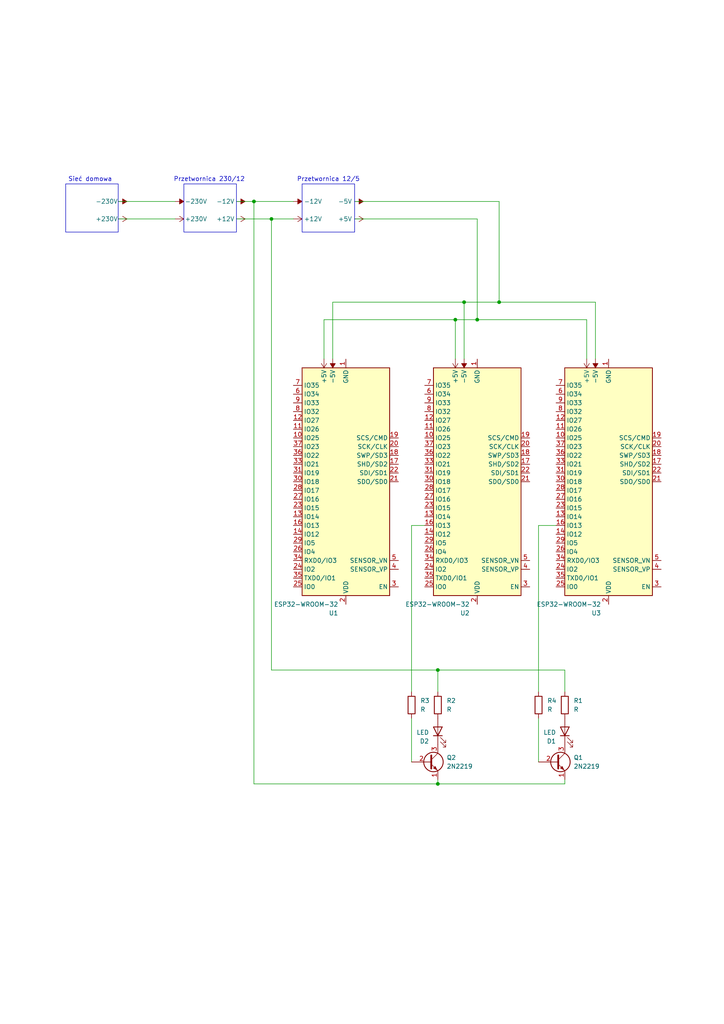
<source format=kicad_sch>
(kicad_sch (version 20231120) (generator "eeschema") (generator_version "8.0")
  (paper "A4" portrait)
  (title_block (title "Schemat Połączeń w miniaturowym domku") (date "2024-04-26") (company "Brajan Gąbka"))
  (lib_symbols
    (symbol "+5V_1" (power) (pin_numbers hide) (pin_names (offset 0) hide)
      (property "Value" "+5V" (at 0 3.556 0))
      (symbol "+5V_1_0_1"
        (polyline (pts (xy -0.762 1.27) (xy 0 2.54)))
        (polyline (pts (xy 0 0) (xy 0 2.54)))
        (polyline (pts (xy 0 2.54) (xy 0.762 1.27)))
      )
      (symbol "+5V_1_1_1"
        (pin power_in line (at 0 0 90) (length 0) (name "~") (number "1"))
      )
    )
    (symbol "Device:LED" (pin_numbers hide) (pin_names (offset 1.016) hide)
      (property "Reference" "D" (at 0 2.54 0))
      (property "Value" "LED" (at 0 -2.54 0))
      (symbol "LED_0_1"
        (polyline (pts (xy -1.27 -1.27) (xy -1.27 1.27)) (stroke (width 0.254)))
        (polyline (pts (xy -1.27 0) (xy 1.27 0)))
        (polyline (pts (xy 1.27 -1.27) (xy 1.27 1.27) (xy -1.27 0) (xy 1.27 -1.27)) (stroke (width 0.254)))
        (polyline (pts (xy -3.048 -0.762) (xy -4.572 -2.286) (xy -3.81 -2.286) (xy -4.572 -2.286) (xy -4.572 -1.524)))
        (polyline (pts (xy -1.778 -0.762) (xy -3.302 -2.286) (xy -2.54 -2.286) (xy -3.302 -2.286) (xy -3.302 -1.524)))
      )
      (symbol "LED_1_1"
        (pin passive line (at -3.81 0 0) (length 2.54) (name "K") (number "1"))
        (pin passive line (at 3.81 0 180) (length 2.54) (name "A") (number "2"))
      )
    )
    (symbol "Device:R" (pin_numbers hide) (pin_names (offset 0))
      (property "Reference" "R" (at 2.032 0 90))
      (property "Value" "R" (at 0 0 90))
      (symbol "R_0_1"
        (rectangle (start -1.016 -2.54) (end 1.016 2.54) (stroke (width 0.254)))
      )
      (symbol "R_1_1"
        (pin passive line (at 0 3.81 270) (length 1.27) (name "~") (number "1"))
        (pin passive line (at 0 -3.81 90) (length 1.27) (name "~") (number "2"))
      )
    )
    (symbol "RF_Module:ESP32-WROOM-32"
      (property "Reference" "U" (at -12.7 34.29 0))
      (property "Value" "ESP32-WROOM-32" (at 1.27 34.29 0))
      (symbol "ESP32-WROOM-32_0_1"
        (rectangle (start -12.7 33.02) (end 12.7 -33.02) (stroke (width 0.254)) (fill (type background)))
      )
      (symbol "ESP32-WROOM-32_1_1"
        (pin power_in line (at 0 -35.56 90) (length 2.54) (name "GND") (number "1"))
        (pin bidirectional line (at 15.24 -12.7 180) (length 2.54) (name "IO25") (number "10"))
        (pin bidirectional line (at 15.24 -15.24 180) (length 2.54) (name "IO26") (number "11"))
        (pin bidirectional line (at 15.24 -17.78 180) (length 2.54) (name "IO27") (number "12"))
        (pin bidirectional line (at 15.24 10.16 180) (length 2.54) (name "IO14") (number "13"))
        (pin bidirectional line (at 15.24 15.24 180) (length 2.54) (name "IO12") (number "14"))
        (pin passive line (at 0 -35.56 90) (length 2.54) hide (name "GND") (number "15"))
        (pin bidirectional line (at 15.24 12.7 180) (length 2.54) (name "IO13") (number "16"))
        (pin bidirectional line (at -15.24 -5.08 0) (length 2.54) (name "SHD/SD2") (number "17"))
        (pin bidirectional line (at -15.24 -7.62 0) (length 2.54) (name "SWP/SD3") (number "18"))
        (pin bidirectional line (at -15.24 -12.7 0) (length 2.54) (name "SCS/CMD") (number "19"))
        (pin power_in line (at 0 35.56 270) (length 2.54) (name "VDD") (number "2"))
        (pin bidirectional line (at -15.24 -10.16 0) (length 2.54) (name "SCK/CLK") (number "20"))
        (pin bidirectional line (at -15.24 0 0) (length 2.54) (name "SDO/SD0") (number "21"))
        (pin bidirectional line (at -15.24 -2.54 0) (length 2.54) (name "SDI/SD1") (number "22"))
        (pin bidirectional line (at 15.24 7.62 180) (length 2.54) (name "IO15") (number "23"))
        (pin bidirectional line (at 15.24 25.4 180) (length 2.54) (name "IO2") (number "24"))
        (pin bidirectional line (at 15.24 30.48 180) (length 2.54) (name "IO0") (number "25"))
        (pin bidirectional line (at 15.24 20.32 180) (length 2.54) (name "IO4") (number "26"))
        (pin bidirectional line (at 15.24 5.08 180) (length 2.54) (name "IO16") (number "27"))
        (pin bidirectional line (at 15.24 2.54 180) (length 2.54) (name "IO17") (number "28"))
        (pin bidirectional line (at 15.24 17.78 180) (length 2.54) (name "IO5") (number "29"))
        (pin input line (at -15.24 30.48 0) (length 2.54) (name "EN") (number "3"))
        (pin bidirectional line (at 15.24 0 180) (length 2.54) (name "IO18") (number "30"))
        (pin bidirectional line (at 15.24 -2.54 180) (length 2.54) (name "IO19") (number "31"))
        (pin no_connect line (at -12.7 -27.94 0) (length 2.54) hide (name "NC") (number "32"))
        (pin bidirectional line (at 15.24 -5.08 180) (length 2.54) (name "IO21") (number "33"))
        (pin bidirectional line (at 15.24 22.86 180) (length 2.54) (name "RXD0/IO3") (number "34"))
        (pin bidirectional line (at 15.24 27.94 180) (length 2.54) (name "TXD0/IO1") (number "35"))
        (pin bidirectional line (at 15.24 -7.62 180) (length 2.54) (name "IO22") (number "36"))
        (pin bidirectional line (at 15.24 -10.16 180) (length 2.54) (name "IO23") (number "37"))
        (pin passive line (at 0 -35.56 90) (length 2.54) hide (name "GND") (number "38"))
        (pin passive line (at 0 -35.56 90) (length 2.54) hide (name "GND") (number "39"))
        (pin input line (at -15.24 25.4 0) (length 2.54) (name "SENSOR_VP") (number "4"))
        (pin input line (at -15.24 22.86 0) (length 2.54) (name "SENSOR_VN") (number "5"))
        (pin input line (at 15.24 -25.4 180) (length 2.54) (name "IO34") (number "6"))
        (pin input line (at 15.24 -27.94 180) (length 2.54) (name "IO35") (number "7"))
        (pin bidirectional line (at 15.24 -20.32 180) (length 2.54) (name "IO32") (number "8"))
        (pin bidirectional line (at 15.24 -22.86 180) (length 2.54) (name "IO33") (number "9"))
      )
    )
    (symbol "Transistor_BJT:2N2219" (pin_names (offset 0) hide)
      (property "Reference" "Q" (at 5.08 1.905 0))
      (property "Value" "2N2219" (at 5.08 0 0))
      (symbol "2N2219_0_1"
        (polyline (pts (xy 0.635 0.635) (xy 2.54 2.54)))
        (polyline (pts (xy 0.635 -0.635) (xy 2.54 -2.54) (xy 2.54 -2.54)))
        (polyline (pts (xy 0.635 1.905) (xy 0.635 -1.905) (xy 0.635 -1.905)) (stroke (width 0.508)))
        (polyline (pts (xy 1.27 -1.778) (xy 1.778 -1.27) (xy 2.286 -2.286) (xy 1.27 -1.778) (xy 1.27 -1.778)) (fill (type outline)))
        (circle (center 1.27 0) (radius 2.8194) (stroke (width 0.254)))
      )
      (symbol "2N2219_1_1"
        (pin passive line (at 2.54 -5.08 90) (length 2.54) (name "E") (number "1"))
        (pin passive line (at -5.08 0 0) (length 5.715) (name "B") (number "2"))
        (pin passive line (at 2.54 5.08 270) (length 2.54) (name "C") (number "3"))
      )
    )
    (symbol "power:+5V" (power) (pin_numbers hide) (pin_names (offset 0) hide)
      (property "Value" "+5V" (at 0 3.556 0))
      (symbol "+5V_0_1"
        (polyline (pts (xy -0.762 1.27) (xy 0 2.54)))
        (polyline (pts (xy 0 0) (xy 0 2.54)))
        (polyline (pts (xy 0 2.54) (xy 0.762 1.27)))
      )
      (symbol "+5V_1_1"
        (pin power_in line (at 0 0 90) (length 0) (name "~") (number "1"))
      )
    )
    (symbol "power:-5V" (power) (pin_numbers hide) (pin_names (offset 0) hide)
      (property "Value" "-5V" (at 0 3.556 0))
      (symbol "-5V_0_0"
        (pin power_in line (at 0 0 90) (length 0) (name "~") (number "1"))
      )
      (symbol "-5V_0_1"
        (polyline (pts (xy 0 0) (xy 0 1.27) (xy 0.762 1.27) (xy 0 2.54) (xy -0.762 1.27) (xy 0 1.27)) (fill (type outline)))
      )
    )
  )
  (junction (at 127 227.33))
  (junction (at 132.08 92.71))
  (junction (at 127 194.31))
  (junction (at 138.43 92.71))
  (junction (at 144.78 87.63))
  (junction (at 134.62 87.63))
  (junction (at 73.66 58.42))
  (junction (at 78.74 63.5))
  (wire (pts (xy 134.62 87.63) (xy 144.78 87.63)))
  (wire (pts (xy 127 200.66) (xy 127 194.31)))
  (wire (pts (xy 68.58 58.42) (xy 73.66 58.42)))
  (wire (pts (xy 93.98 92.71) (xy 93.98 104.14)))
  (wire (pts (xy 163.83 227.33) (xy 127 227.33)))
  (wire (pts (xy 127 226.06) (xy 127 227.33)))
  (wire (pts (xy 102.87 63.5) (xy 138.43 63.5)))
  (wire (pts (xy 78.74 63.5) (xy 85.09 63.5)))
  (wire (pts (xy 138.43 92.71) (xy 138.43 63.5)))
  (wire (pts (xy 156.21 152.4) (xy 161.29 152.4)))
  (wire (pts (xy 156.21 152.4) (xy 156.21 200.66)))
  (wire (pts (xy 119.38 152.4) (xy 123.19 152.4)))
  (wire (pts (xy 156.21 220.98) (xy 156.21 208.28)))
  (wire (pts (xy 144.78 87.63) (xy 172.72 87.63)))
  (wire (pts (xy 170.18 92.71) (xy 170.18 104.14)))
  (wire (pts (xy 96.52 87.63) (xy 96.52 104.14)))
  (wire (pts (xy 78.74 194.31) (xy 127 194.31)))
  (wire (pts (xy 172.72 87.63) (xy 172.72 104.14)))
  (wire (pts (xy 138.43 92.71) (xy 170.18 92.71)))
  (wire (pts (xy 34.29 58.42) (xy 50.8 58.42)))
  (wire (pts (xy 102.87 58.42) (xy 144.78 58.42)))
  (wire (pts (xy 78.74 63.5) (xy 78.74 194.31)))
  (wire (pts (xy 93.98 92.71) (xy 132.08 92.71)))
  (wire (pts (xy 119.38 152.4) (xy 119.38 200.66)))
  (wire (pts (xy 163.83 194.31) (xy 163.83 200.66)))
  (wire (pts (xy 73.66 58.42) (xy 73.66 227.33)))
  (wire (pts (xy 132.08 92.71) (xy 132.08 104.14)))
  (wire (pts (xy 119.38 220.98) (xy 119.38 208.28)))
  (wire (pts (xy 127 227.33) (xy 73.66 227.33)))
  (wire (pts (xy 96.52 87.63) (xy 134.62 87.63)))
  (wire (pts (xy 134.62 87.63) (xy 134.62 104.14)))
  (wire (pts (xy 163.83 194.31) (xy 127 194.31)))
  (wire (pts (xy 68.58 63.5) (xy 78.74 63.5)))
  (wire (pts (xy 73.66 58.42) (xy 85.09 58.42)))
  (wire (pts (xy 132.08 92.71) (xy 138.43 92.71)))
  (wire (pts (xy 34.29 63.5) (xy 50.8 63.5)))
  (wire (pts (xy 163.83 226.06) (xy 163.83 227.33)))
  (wire (pts (xy 144.78 87.63) (xy 144.78 58.42)))
  (rectangle (start 19.05 53.34) (end 34.29 67.31))
  (rectangle (start 53.34 53.34) (end 68.58 67.31))
  (rectangle (start 87.63 53.34) (end 102.87 67.31))
  (text "Sieć domowa" (at 26.162 52.07 0) (effects (font (size 1.27 1.27))))
  (text "Przetwornica 230/12" (at 60.706 52.07 0) (effects (font (size 1.27 1.27))))
  (text "Przetwornica 12/5" (at 95.25 52.07 0) (effects (font (size 1.27 1.27))))
  (symbol (lib_id "Device:R") (at 119.38 204.47 0) (unit 1)
    (property "Reference" "R3" (at 121.92 203.1999 0) (effects (justify left)))
    (property "Value" "R" (at 121.92 205.7399 0) (effects (justify left)))
    (property "Description" "Resistor" (effects (hide yes)))
  )
  (symbol (lib_id "Device:LED") (at 163.83 212.09 90) (unit 1)
    (property "Reference" "D1" (at 161.29 214.9476 90) (effects (justify left)))
    (property "Value" "LED" (at 161.29 212.4076 90) (effects (justify left)))
    (property "Description" "Light emitting diode" (effects (hide yes)))
  )
  (symbol (lib_id "Device:R") (at 163.83 204.47 0) (unit 1)
    (property "Reference" "R1" (at 166.37 203.1999 0) (effects (justify left)))
    (property "Value" "R" (at 166.37 205.7399 0) (effects (justify left)))
    (property "Description" "Resistor" (effects (hide yes)))
  )
  (symbol (lib_id "power:+5V") (at 132.08 104.14 180) (unit 1)
    (property "Reference" "#PWR013" (effects (hide yes)))
    (property "Value" "+5V" (at 132.08 109.22 90))
    (property "Description" "Power symbol creates a global label with name \"+5V\"" (effects (hide yes)))
  )
  (symbol (lib_id "Device:LED") (at 127 212.09 90) (unit 1)
    (property "Reference" "D2" (at 124.46 214.9476 90) (effects (justify left)))
    (property "Value" "LED" (at 124.46 212.4076 90) (effects (justify left)))
    (property "Description" "Light emitting diode" (effects (hide yes)))
  )
  (symbol (lib_id "Transistor_BJT:2N2219") (at 161.29 220.98 0) (unit 1)
    (property "Reference" "Q1" (at 166.37 219.7099 0) (effects (justify left)))
    (property "Value" "2N2219" (at 166.37 222.2499 0) (effects (justify left)))
    (property "Footprint" "Package_TO_SOT_THT:TO-39-3" (effects (hide yes)))
    (property "Datasheet" "http://www.onsemi.com/pub_link/Collateral/2N2219-D.PDF" (effects (hide yes)))
    (property "Description" "800mA Ic, 50V Vce, NPN Transistor, TO-39" (effects (hide yes)))
  )
  (symbol (lib_id "power:-5V") (at 34.29 58.42 270) (unit 1)
    (property "Reference" "#PWR04" (effects (hide yes)))
    (property "Value" "-230V" (at 27.686 58.42 90) (effects (justify left)))
    (property "Description" "Power symbol creates a global label with name \"-5V\"" (effects (hide yes)))
  )
  (symbol (lib_id "power:-5V") (at 172.72 104.14 180) (unit 1)
    (property "Reference" "#PWR016" (effects (hide yes)))
    (property "Value" "-5V" (at 172.72 107.188 90) (effects (justify left)))
    (property "Description" "Power symbol creates a global label with name \"-5V\"" (effects (hide yes)))
  )
  (symbol (lib_id "Device:R") (at 156.21 204.47 0) (unit 1)
    (property "Reference" "R4" (at 158.75 203.1999 0) (effects (justify left)))
    (property "Value" "R" (at 158.75 205.7399 0) (effects (justify left)))
    (property "Description" "Resistor" (effects (hide yes)))
  )
  (symbol (lib_id "power:+5V") (at 50.8 63.5 270) (unit 1)
    (property "Reference" "#PWR02" (effects (hide yes)))
    (property "Value" "+230V" (at 53.594 63.5 90) (effects (justify left)))
    (property "Description" "Power symbol creates a global label with name \"+5V\"" (effects (hide yes)))
  )
  (symbol (lib_id "power:+5V") (at 170.18 104.14 180) (unit 1)
    (property "Reference" "#PWR015" (effects (hide yes)))
    (property "Value" "+5V" (at 170.18 109.22 90))
    (property "Description" "Power symbol creates a global label with name \"+5V\"" (effects (hide yes)))
  )
  (symbol (lib_id "RF_Module:ESP32-WROOM-32") (at 176.53 139.7 180) (unit 1)
    (property "Reference" "U3" (at 174.3359 177.8 0) (effects (justify left)))
    (property "Value" "ESP32-WROOM-32" (at 174.3359 175.26 0) (effects (justify left)))
    (property "Footprint" "RF_Module:ESP32-WROOM-32" (effects (hide yes)))
    (property "Datasheet" "https://www.espressif.com/sites/default/files/documentation/esp32-wroom-32_datasheet_en.pdf" (effects (hide yes)))
    (property "Description" "RF Module, ESP32-D0WDQ6 SoC, Wi-Fi 802.11b/g/n, Bluetooth, BLE, 32-bit, 2.7-3.6V, onboard antenna, SMD" (effects (hide yes)))
  )
  (symbol (lib_id "power:-5V") (at 102.87 58.42 270) (unit 1)
    (property "Reference" "#PWR010" (effects (hide yes)))
    (property "Value" "-5V" (at 98.044 58.42 90) (effects (justify left)))
    (property "Description" "Power symbol creates a global label with name \"-5V\"" (effects (hide yes)))
  )
  (symbol (lib_id "RF_Module:ESP32-WROOM-32") (at 138.43 139.7 180) (unit 1)
    (property "Reference" "U2" (at 136.2359 177.8 0) (effects (justify left)))
    (property "Value" "ESP32-WROOM-32" (at 136.2359 175.26 0) (effects (justify left)))
    (property "Footprint" "RF_Module:ESP32-WROOM-32" (effects (hide yes)))
    (property "Datasheet" "https://www.espressif.com/sites/default/files/documentation/esp32-wroom-32_datasheet_en.pdf" (effects (hide yes)))
    (property "Description" "RF Module, ESP32-D0WDQ6 SoC, Wi-Fi 802.11b/g/n, Bluetooth, BLE, 32-bit, 2.7-3.6V, onboard antenna, SMD" (effects (hide yes)))
  )
  (symbol (lib_name "+5V_1") (lib_id "power:+5V") (at 34.29 63.5 270) (unit 1)
    (property "Reference" "#PWR05" (effects (hide yes)))
    (property "Value" "+230V" (at 27.686 63.5 90) (effects (justify left)))
    (property "Description" "Power symbol creates a global label with name \"+5V\"" (effects (hide yes)))
  )
  (symbol (lib_id "power:+5V") (at 93.98 104.14 180) (unit 1)
    (property "Reference" "#PWR01" (effects (hide yes)))
    (property "Value" "+5V" (at 93.98 109.22 90))
    (property "Description" "Power symbol creates a global label with name \"+5V\"" (effects (hide yes)))
  )
  (symbol (lib_id "power:+5V") (at 85.09 63.5 270) (unit 1)
    (property "Reference" "#PWR09" (effects (hide yes)))
    (property "Value" "+12V" (at 88.138 63.5 90) (effects (justify left)))
    (property "Description" "Power symbol creates a global label with name \"+5V\"" (effects (hide yes)))
  )
  (symbol (lib_id "power:-5V") (at 50.8 58.42 270) (unit 1)
    (property "Reference" "#PWR03" (effects (hide yes)))
    (property "Value" "-230V" (at 53.594 58.42 90) (effects (justify left)))
    (property "Description" "Power symbol creates a global label with name \"-5V\"" (effects (hide yes)))
  )
  (symbol (lib_id "power:-5V") (at 68.58 58.42 270) (unit 1)
    (property "Reference" "#PWR06" (effects (hide yes)))
    (property "Value" "-12V" (at 62.738 58.42 90) (effects (justify left)))
    (property "Description" "Power symbol creates a global label with name \"-5V\"" (effects (hide yes)))
  )
  (symbol (lib_id "power:-5V") (at 85.09 58.42 270) (unit 1)
    (property "Reference" "#PWR08" (effects (hide yes)))
    (property "Value" "-12V" (at 88.138 58.42 90) (effects (justify left)))
    (property "Description" "Power symbol creates a global label with name \"-5V\"" (effects (hide yes)))
  )
  (symbol (lib_id "Transistor_BJT:2N2219") (at 124.46 220.98 0) (unit 1)
    (property "Reference" "Q2" (at 129.54 219.7099 0) (effects (justify left)))
    (property "Value" "2N2219" (at 129.54 222.2499 0) (effects (justify left)))
    (property "Footprint" "Package_TO_SOT_THT:TO-39-3" (effects (hide yes)))
    (property "Datasheet" "http://www.onsemi.com/pub_link/Collateral/2N2219-D.PDF" (effects (hide yes)))
    (property "Description" "800mA Ic, 50V Vce, NPN Transistor, TO-39" (effects (hide yes)))
  )
  (symbol (lib_name "+5V_1") (lib_id "power:+5V") (at 68.58 63.5 270) (unit 1)
    (property "Reference" "#PWR07" (effects (hide yes)))
    (property "Value" "+12V" (at 62.738 63.5 90) (effects (justify left)))
    (property "Description" "Power symbol creates a global label with name \"+5V\"" (effects (hide yes)))
  )
  (symbol (lib_id "Device:R") (at 127 204.47 0) (unit 1)
    (property "Reference" "R2" (at 129.54 203.1999 0) (effects (justify left)))
    (property "Value" "R" (at 129.54 205.7399 0) (effects (justify left)))
    (property "Description" "Resistor" (effects (hide yes)))
  )
  (symbol (lib_name "+5V_1") (lib_id "power:+5V") (at 102.87 63.5 270) (unit 1)
    (property "Reference" "#PWR011" (effects (hide yes)))
    (property "Value" "+5V" (at 98.044 63.5 90) (effects (justify left)))
    (property "Description" "Power symbol creates a global label with name \"+5V\"" (effects (hide yes)))
  )
  (symbol (lib_id "power:-5V") (at 96.52 104.14 180) (unit 1)
    (property "Reference" "#PWR012" (effects (hide yes)))
    (property "Value" "-5V" (at 96.52 107.188 90) (effects (justify left)))
    (property "Description" "Power symbol creates a global label with name \"-5V\"" (effects (hide yes)))
  )
  (symbol (lib_id "RF_Module:ESP32-WROOM-32") (at 100.33 139.7 180) (unit 1)
    (property "Reference" "U1" (at 98.1359 177.8 0) (effects (justify left)))
    (property "Value" "ESP32-WROOM-32" (at 98.1359 175.26 0) (effects (justify left)))
    (property "Footprint" "RF_Module:ESP32-WROOM-32" (effects (hide yes)))
    (property "Datasheet" "https://www.espressif.com/sites/default/files/documentation/esp32-wroom-32_datasheet_en.pdf" (effects (hide yes)))
    (property "Description" "RF Module, ESP32-D0WDQ6 SoC, Wi-Fi 802.11b/g/n, Bluetooth, BLE, 32-bit, 2.7-3.6V, onboard antenna, SMD" (effects (hide yes)))
  )
  (symbol (lib_id "power:-5V") (at 134.62 104.14 180) (unit 1)
    (property "Reference" "#PWR014" (effects (hide yes)))
    (property "Value" "-5V" (at 134.62 107.188 90) (effects (justify left)))
    (property "Description" "Power symbol creates a global label with name \"-5V\"" (effects (hide yes)))
  )
  (sheet (at 198.12 321.31) (size 160.02 308.61) (stroke (width 0.1524))
    (property "Sheetname" "Schemat Połączeń w układzie z mikrokontrolerem Master" (at 198.12 320.5984 0) (effects (justify left bottom)))
    (property "Sheetfile" "Schemat Master.kicad_sch" (at 198.12 630.5046 0) (effects (justify left top)))
  )
  (sheet (at 13.97 321.31) (size 162.56 308.61) (stroke (width 0.1524))
    (property "Sheetname" "Schemat Połączeń w układzie z LED" (at 13.97 320.5984 0) (effects (justify left bottom)))
    (property "Sheetfile" "untitled.kicad_sch" (at 13.97 630.5046 0) (effects (justify left top)))
  )
)
</source>
